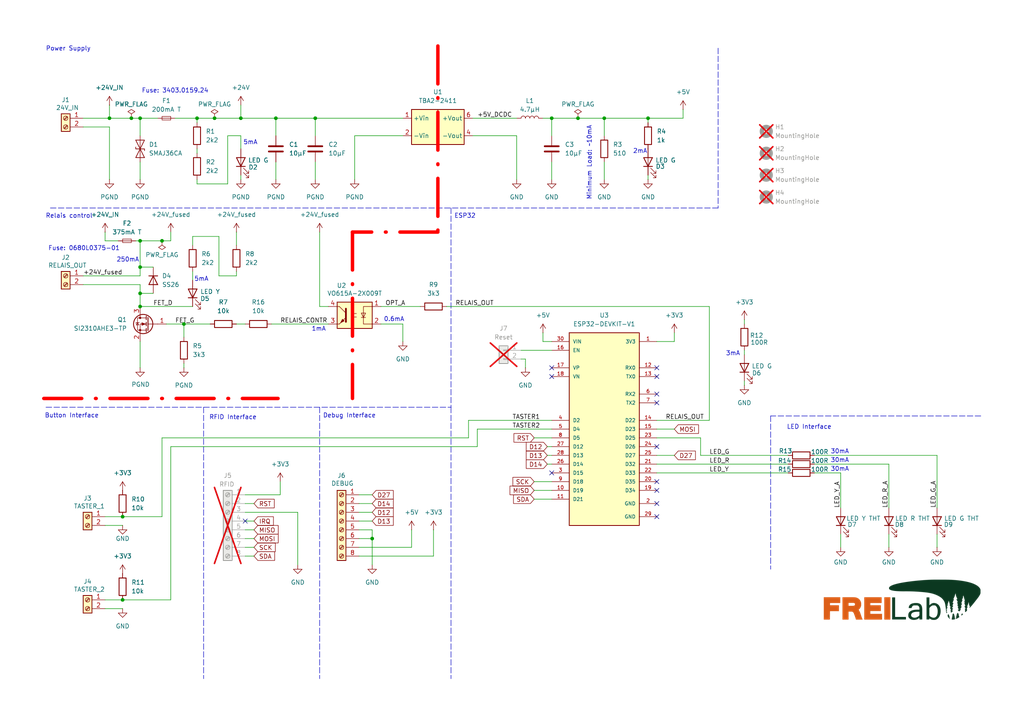
<source format=kicad_sch>
(kicad_sch (version 20231120) (generator "eeschema") (generator_version "8.0")
  (paper "A4")
  (title_block (title "RFID Interface Board") (date "2024-11-16") (rev "V2.0") (company "FreiLAB Freiburg e.V.") (comment 1 "Marius Tetard"))
  (junction (at 69.85 34.29))
  (junction (at 35.56 173.99))
  (junction (at 35.56 149.86))
  (junction (at 160.02 34.29))
  (junction (at 40.64 85.09))
  (junction (at 57.15 34.29))
  (junction (at 167.64 34.29))
  (junction (at 91.44 34.29))
  (junction (at 40.64 69.85))
  (junction (at 62.23 34.29))
  (junction (at 175.26 34.29))
  (junction (at 40.64 34.29))
  (junction (at 40.64 77.47))
  (junction (at 107.95 156.21))
  (junction (at 38.1 34.29))
  (junction (at 40.64 88.9))
  (junction (at 53.34 93.98))
  (junction (at 80.01 34.29))
  (junction (at 46.99 69.85))
  (junction (at 187.96 34.29))
  (junction (at 31.75 34.29))
  (no_connect (at 190.5 116.84))
  (no_connect (at 190.5 109.22))
  (no_connect (at 190.5 142.24))
  (no_connect (at 190.5 149.86))
  (no_connect (at 71.12 151.13))
  (no_connect (at 160.02 109.22))
  (no_connect (at 160.02 106.68))
  (no_connect (at 160.02 137.16))
  (no_connect (at 190.5 139.7))
  (no_connect (at 190.5 106.68))
  (no_connect (at 190.5 129.54))
  (no_connect (at 190.5 146.05))
  (no_connect (at 190.5 114.3))
  (wire (pts (xy 24.13 80.01) (xy 40.64 80.01)))
  (wire (pts (xy 86.36 163.83) (xy 86.36 148.59)))
  (wire (pts (xy 107.95 151.13) (xy 104.14 151.13)))
  (wire (pts (xy 57.15 53.34) (xy 66.04 53.34)))
  (wire (pts (xy 110.49 93.98) (xy 116.84 93.98)))
  (wire (pts (xy 257.81 154.94) (xy 257.81 158.75)))
  (polyline (pts (xy 12.7 115.57) (xy 80.645 115.57)) (stroke (width 1) (type dash_dot) (color 255 0 0 1)))
  (wire (pts (xy 154.94 127) (xy 160.02 127)))
  (polyline (pts (xy 13.335 118.11) (xy 130.81 118.11)) (stroke (width 0) (type dash)))
  (wire (pts (xy 158.75 132.08) (xy 160.02 132.08)))
  (wire (pts (xy 24.13 82.55) (xy 40.64 82.55)))
  (wire (pts (xy 81.28 143.51) (xy 71.12 143.51)))
  (wire (pts (xy 205.74 121.92) (xy 205.74 88.9)))
  (wire (pts (xy 40.64 77.47) (xy 44.45 77.47)))
  (wire (pts (xy 167.64 34.29) (xy 160.02 34.29)))
  (polyline (pts (xy 102.235 67.31) (xy 102.235 115.57)) (stroke (width 1) (type dash_dot) (color 255 0 0 1)))
  (wire (pts (xy 135.89 121.92) (xy 135.89 127)))
  (wire (pts (xy 215.9 101.6) (xy 215.9 102.87)))
  (wire (pts (xy 107.95 156.21) (xy 107.95 163.83)))
  (wire (pts (xy 31.75 34.29) (xy 38.1 34.29)))
  (wire (pts (xy 73.66 156.21) (xy 71.12 156.21)))
  (wire (pts (xy 35.56 173.99) (xy 49.53 173.99)))
  (wire (pts (xy 158.75 134.62) (xy 160.02 134.62)))
  (wire (pts (xy 138.43 124.46) (xy 160.02 124.46)))
  (wire (pts (xy 195.58 124.46) (xy 190.5 124.46)))
  (wire (pts (xy 107.95 153.67) (xy 107.95 156.21)))
  (wire (pts (xy 86.36 148.59) (xy 71.12 148.59)))
  (wire (pts (xy 160.02 39.37) (xy 160.02 34.29)))
  (wire (pts (xy 30.48 67.31) (xy 30.48 69.85)))
  (wire (pts (xy 151.13 104.14) (xy 152.4 104.14)))
  (wire (pts (xy 49.53 129.54) (xy 138.43 129.54)))
  (wire (pts (xy 80.01 52.07) (xy 80.01 46.99)))
  (wire (pts (xy 236.22 134.62) (xy 257.81 134.62)))
  (wire (pts (xy 195.58 96.52) (xy 195.58 99.06)))
  (wire (pts (xy 80.01 34.29) (xy 80.01 39.37)))
  (wire (pts (xy 73.66 158.75) (xy 71.12 158.75)))
  (wire (pts (xy 69.85 34.29) (xy 80.01 34.29)))
  (wire (pts (xy 92.71 67.31) (xy 92.71 88.9)))
  (wire (pts (xy 104.14 161.29) (xy 125.73 161.29)))
  (wire (pts (xy 157.48 34.29) (xy 160.02 34.29)))
  (wire (pts (xy 53.34 106.68) (xy 53.34 105.41)))
  (wire (pts (xy 40.64 99.06) (xy 40.64 106.68)))
  (wire (pts (xy 137.16 34.29) (xy 149.86 34.29)))
  (wire (pts (xy 104.14 158.75) (xy 119.38 158.75)))
  (wire (pts (xy 40.64 34.29) (xy 45.72 34.29)))
  (wire (pts (xy 154.94 139.7) (xy 160.02 139.7)))
  (wire (pts (xy 104.14 156.21) (xy 107.95 156.21)))
  (wire (pts (xy 125.73 153.67) (xy 125.73 161.29)))
  (wire (pts (xy 30.48 176.53) (xy 35.56 176.53)))
  (wire (pts (xy 68.58 93.98) (xy 71.12 93.98)))
  (wire (pts (xy 62.23 34.29) (xy 69.85 34.29)))
  (wire (pts (xy 73.66 161.29) (xy 71.12 161.29)))
  (polyline (pts (xy 92.71 118.11) (xy 92.71 196.85)) (stroke (width 0) (type dash)))
  (wire (pts (xy 160.02 52.07) (xy 160.02 46.99)))
  (wire (pts (xy 195.58 132.08) (xy 190.5 132.08)))
  (wire (pts (xy 190.5 127) (xy 203.2 127)))
  (wire (pts (xy 50.8 34.29) (xy 57.15 34.29)))
  (wire (pts (xy 198.12 31.75) (xy 198.12 34.29)))
  (wire (pts (xy 55.88 68.58) (xy 55.88 71.12)))
  (wire (pts (xy 187.96 34.29) (xy 198.12 34.29)))
  (wire (pts (xy 63.5 80.01) (xy 63.5 68.58)))
  (polyline (pts (xy 284.48 120.65) (xy 223.52 120.65)) (stroke (width 0) (type dash)))
  (wire (pts (xy 157.48 99.06) (xy 160.02 99.06)))
  (polyline (pts (xy 208.28 13.97) (xy 208.28 60.325)) (stroke (width 0) (type dash)))
  (wire (pts (xy 57.15 34.29) (xy 62.23 34.29)))
  (polyline (pts (xy 223.52 120.65) (xy 223.52 165.1)) (stroke (width 0) (type dash)))
  (wire (pts (xy 236.22 137.16) (xy 243.84 137.16)))
  (wire (pts (xy 243.84 137.16) (xy 243.84 147.32)))
  (wire (pts (xy 271.78 132.08) (xy 271.78 147.32)))
  (polyline (pts (xy 127 67.31) (xy 102.235 67.31)) (stroke (width 1) (type dash_dot) (color 255 0 0 1)))
  (wire (pts (xy 175.26 34.29) (xy 167.64 34.29)))
  (wire (pts (xy 30.48 173.99) (xy 35.56 173.99)))
  (wire (pts (xy 40.64 69.85) (xy 46.99 69.85)))
  (wire (pts (xy 63.5 68.58) (xy 55.88 68.58)))
  (wire (pts (xy 154.94 142.24) (xy 160.02 142.24)))
  (wire (pts (xy 236.22 132.08) (xy 271.78 132.08)))
  (wire (pts (xy 48.26 93.98) (xy 53.34 93.98)))
  (wire (pts (xy 69.85 52.07) (xy 69.85 50.8)))
  (wire (pts (xy 35.56 149.86) (xy 46.99 149.86)))
  (wire (pts (xy 81.28 139.7) (xy 81.28 143.51)))
  (wire (pts (xy 40.64 52.07) (xy 40.64 46.99)))
  (wire (pts (xy 158.75 129.54) (xy 160.02 129.54)))
  (wire (pts (xy 40.64 88.9) (xy 55.88 88.9)))
  (wire (pts (xy 91.44 39.37) (xy 91.44 34.29)))
  (wire (pts (xy 135.89 127) (xy 46.99 127)))
  (wire (pts (xy 30.48 152.4) (xy 35.56 152.4)))
  (wire (pts (xy 190.5 99.06) (xy 195.58 99.06)))
  (wire (pts (xy 55.88 78.74) (xy 55.88 81.28)))
  (wire (pts (xy 80.01 34.29) (xy 91.44 34.29)))
  (wire (pts (xy 154.94 144.78) (xy 160.02 144.78)))
  (wire (pts (xy 73.66 151.13) (xy 71.12 151.13)))
  (wire (pts (xy 187.96 34.29) (xy 187.96 35.56)))
  (polyline (pts (xy 59.055 118.11) (xy 59.055 196.85)) (stroke (width 0) (type dash)))
  (wire (pts (xy 73.66 153.67) (xy 71.12 153.67)))
  (wire (pts (xy 78.74 93.98) (xy 95.25 93.98)))
  (wire (pts (xy 215.9 92.71) (xy 215.9 93.98)))
  (wire (pts (xy 24.13 34.29) (xy 31.75 34.29)))
  (wire (pts (xy 175.26 46.99) (xy 175.26 52.07)))
  (wire (pts (xy 68.58 67.31) (xy 68.58 71.12)))
  (wire (pts (xy 57.15 34.29) (xy 57.15 35.56)))
  (wire (pts (xy 30.48 149.86) (xy 35.56 149.86)))
  (wire (pts (xy 187.96 52.07) (xy 187.96 50.8)))
  (wire (pts (xy 110.49 88.9) (xy 121.92 88.9)))
  (wire (pts (xy 49.53 69.85) (xy 49.53 67.31)))
  (wire (pts (xy 46.99 127) (xy 46.99 149.86)))
  (wire (pts (xy 215.9 111.76) (xy 215.9 110.49)))
  (wire (pts (xy 40.64 69.85) (xy 40.64 77.47)))
  (polyline (pts (xy 130.81 60.325) (xy 130.81 118.11)) (stroke (width 0) (type dash)))
  (wire (pts (xy 203.2 127) (xy 203.2 132.08)))
  (wire (pts (xy 39.37 69.85) (xy 40.64 69.85)))
  (wire (pts (xy 129.54 88.9) (xy 205.74 88.9)))
  (wire (pts (xy 149.86 39.37) (xy 149.86 52.07)))
  (wire (pts (xy 69.85 30.48) (xy 69.85 34.29)))
  (wire (pts (xy 31.75 36.83) (xy 31.75 52.07)))
  (wire (pts (xy 152.4 104.14) (xy 152.4 106.68)))
  (wire (pts (xy 40.64 80.01) (xy 40.64 77.47)))
  (wire (pts (xy 190.5 134.62) (xy 228.6 134.62)))
  (wire (pts (xy 257.81 147.32) (xy 257.81 134.62)))
  (wire (pts (xy 24.13 36.83) (xy 31.75 36.83)))
  (wire (pts (xy 38.1 34.29) (xy 40.64 34.29)))
  (wire (pts (xy 190.5 137.16) (xy 228.6 137.16)))
  (wire (pts (xy 102.87 39.37) (xy 116.84 39.37)))
  (wire (pts (xy 138.43 129.54) (xy 138.43 124.46)))
  (wire (pts (xy 40.64 85.09) (xy 44.45 85.09)))
  (wire (pts (xy 116.84 93.98) (xy 116.84 99.06)))
  (wire (pts (xy 49.53 173.99) (xy 49.53 129.54)))
  (wire (pts (xy 203.2 132.08) (xy 228.6 132.08)))
  (wire (pts (xy 53.34 93.98) (xy 60.96 93.98)))
  (wire (pts (xy 137.16 39.37) (xy 149.86 39.37)))
  (wire (pts (xy 151.13 101.6) (xy 160.02 101.6)))
  (wire (pts (xy 57.15 43.18) (xy 57.15 44.45)))
  (polyline (pts (xy 130.81 118.11) (xy 130.81 196.85)) (stroke (width 0) (type dash)))
  (wire (pts (xy 30.48 69.85) (xy 34.29 69.85)))
  (polyline (pts (xy 127 13.335) (xy 127 67.31)) (stroke (width 1) (type dash_dot) (color 255 0 0 1)))
  (wire (pts (xy 73.66 146.05) (xy 71.12 146.05)))
  (wire (pts (xy 91.44 52.07) (xy 91.44 46.99)))
  (wire (pts (xy 68.58 78.74) (xy 68.58 80.01)))
  (wire (pts (xy 102.87 52.07) (xy 102.87 39.37)))
  (wire (pts (xy 66.04 39.37) (xy 69.85 39.37)))
  (wire (pts (xy 107.95 146.05) (xy 104.14 146.05)))
  (wire (pts (xy 40.64 34.29) (xy 40.64 39.37)))
  (wire (pts (xy 135.89 121.92) (xy 160.02 121.92)))
  (wire (pts (xy 190.5 121.92) (xy 205.74 121.92)))
  (polyline (pts (xy 14.605 60.325) (xy 208.28 60.325)) (stroke (width 0) (type dash)))
  (wire (pts (xy 68.58 80.01) (xy 63.5 80.01)))
  (wire (pts (xy 104.14 153.67) (xy 107.95 153.67)))
  (wire (pts (xy 243.84 154.94) (xy 243.84 158.75)))
  (wire (pts (xy 119.38 153.67) (xy 119.38 158.75)))
  (wire (pts (xy 175.26 39.37) (xy 175.26 34.29)))
  (wire (pts (xy 175.26 34.29) (xy 187.96 34.29)))
  (wire (pts (xy 31.75 30.48) (xy 31.75 34.29)))
  (wire (pts (xy 46.99 69.85) (xy 49.53 69.85)))
  (wire (pts (xy 92.71 88.9) (xy 95.25 88.9)))
  (wire (pts (xy 53.34 93.98) (xy 53.34 97.79)))
  (wire (pts (xy 271.78 154.94) (xy 271.78 158.75)))
  (wire (pts (xy 66.04 53.34) (xy 66.04 39.37)))
  (wire (pts (xy 57.15 52.07) (xy 57.15 53.34)))
  (wire (pts (xy 157.48 96.52) (xy 157.48 99.06)))
  (wire (pts (xy 40.64 82.55) (xy 40.64 85.09)))
  (wire (pts (xy 107.95 143.51) (xy 104.14 143.51)))
  (wire (pts (xy 40.64 85.09) (xy 40.64 88.9)))
  (wire (pts (xy 91.44 34.29) (xy 116.84 34.29)))
  (wire (pts (xy 107.95 148.59) (xy 104.14 148.59)))
  (wire (pts (xy 69.85 39.37) (xy 69.85 43.18)))
  (image (at 261.62 173.99) (scale 0.909003))
  (text "2mA" (at 185.674 43.942 0) (effects (font (size 1.27 1.27))))
  (text "30mA" (at 243.586 136.144 0) (effects (font (size 1.27 1.27))))
  (text "Fuse: 3403.0159.24" (at 50.8 26.416 0) (effects (font (size 1.27 1.27))))
  (text "RFID Interface" (at 67.564 121.158 0) (effects (font (size 1.27 1.27))))
  (text "LED Interface" (at 234.696 123.952 0) (effects (font (size 1.27 1.27))))
  (text "5mA" (at 72.644 41.402 0) (effects (font (size 1.27 1.27))))
  (text "0.6mA" (at 114.3 92.71 0) (effects (font (size 1.27 1.27))))
  (text "Relais control" (at 20.066 62.738 0) (effects (font (size 1.27 1.27))))
  (text "1mA" (at 92.456 95.504 0) (effects (font (size 1.27 1.27))))
  (text "30mA" (at 243.586 131.064 0) (effects (font (size 1.27 1.27))))
  (text "30mA" (at 243.586 133.604 0) (effects (font (size 1.27 1.27))))
  (text "3mA" (at 212.598 102.616 0) (effects (font (size 1.27 1.27))))
  (text "Debug Interface" (at 101.346 120.65 0) (effects (font (size 1.27 1.27))))
  (text "5mA" (at 58.42 81.026 0) (effects (font (size 1.27 1.27))))
  (text "Button Interface" (at 20.828 120.65 0) (effects (font (size 1.27 1.27))))
  (text "250mA" (at 37.084 75.438 0) (effects (font (size 1.27 1.27))))
  (text "ESP32" (at 134.874 62.738 0) (effects (font (size 1.27 1.27))))
  (text "Power Supply" (at 19.812 14.224 0) (effects (font (size 1.27 1.27))))
  (text "Fuse: 0680L0375-01" (at 24.384 72.136 0) (effects (font (size 1.27 1.27))))
  (text "Minimum Load: ~10mA" (at 170.942 47.244 90) (effects (font (size 1.27 1.27))))
  (label "RELAIS_OUT" (at 193.04 121.92 0))
  (label "TASTER2" (at 148.59 124.46 0))
  (label "LED_R_A" (at 257.81 147.32 90))
  (label "LED_Y" (at 205.74 137.16 0))
  (label "LED_R" (at 205.74 134.62 0))
  (label "+5V_DCDC" (at 138.43 34.29 0))
  (label "RELAIS_OUT" (at 132.08 88.9 0))
  (label "+24V_fused" (at 24.13 80.01 0))
  (label "OPT_A" (at 111.76 88.9 0))
  (label "LED_G" (at 205.74 132.08 0))
  (label "LED_G_A" (at 271.78 147.32 90))
  (label "LED_Y_A" (at 243.84 147.32 90))
  (label "FET_D" (at 44.45 88.9 0))
  (label "RELAIS_CONTR" (at 81.28 93.98 0))
  (label "FET_G" (at 50.8 93.98 0))
  (label "TASTER1" (at 148.59 121.92 0))
  (global_label "D14" (shape input) (at 107.95 146.05 0) (property "Intersheetrefs" "${INTERSHEET_REFS}" (effects (hide yes))))
  (global_label "SCK" (shape input) (at 73.66 158.75 0) (property "Intersheetrefs" "${INTERSHEET_REFS}" (effects (hide yes))))
  (global_label "D27" (shape input) (at 107.95 143.51 0) (property "Intersheetrefs" "${INTERSHEET_REFS}" (effects (hide yes))))
  (global_label "MISO" (shape input) (at 154.94 142.24 180) (property "Intersheetrefs" "${INTERSHEET_REFS}" (effects (hide yes))))
  (global_label "RST" (shape input) (at 154.94 127 180) (property "Intersheetrefs" "${INTERSHEET_REFS}" (effects (hide yes))))
  (global_label "D27" (shape input) (at 195.58 132.08 0) (property "Intersheetrefs" "${INTERSHEET_REFS}" (effects (hide yes))))
  (global_label "SCK" (shape input) (at 154.94 139.7 180) (property "Intersheetrefs" "${INTERSHEET_REFS}" (effects (hide yes))))
  (global_label "SDA" (shape input) (at 154.94 144.78 180) (property "Intersheetrefs" "${INTERSHEET_REFS}" (effects (hide yes))))
  (global_label "D13" (shape input) (at 107.95 151.13 0) (property "Intersheetrefs" "${INTERSHEET_REFS}" (effects (hide yes))))
  (global_label "D13" (shape input) (at 158.75 132.08 180) (property "Intersheetrefs" "${INTERSHEET_REFS}" (effects (hide yes))))
  (global_label "D12" (shape input) (at 107.95 148.59 0) (property "Intersheetrefs" "${INTERSHEET_REFS}" (effects (hide yes))))
  (global_label "MOSI" (shape input) (at 73.66 156.21 0) (property "Intersheetrefs" "${INTERSHEET_REFS}" (effects (hide yes))))
  (global_label "D14" (shape input) (at 158.75 134.62 180) (property "Intersheetrefs" "${INTERSHEET_REFS}" (effects (hide yes))))
  (global_label "MISO" (shape input) (at 73.66 153.67 0) (property "Intersheetrefs" "${INTERSHEET_REFS}" (effects (hide yes))))
  (global_label "MOSI" (shape input) (at 195.58 124.46 0) (property "Intersheetrefs" "${INTERSHEET_REFS}" (effects (hide yes))))
  (global_label "SDA" (shape input) (at 73.66 161.29 0) (property "Intersheetrefs" "${INTERSHEET_REFS}" (effects (hide yes))))
  (global_label "IRQ" (shape input) (at 73.66 151.13 0) (property "Intersheetrefs" "${INTERSHEET_REFS}" (effects (hide yes))))
  (global_label "RST" (shape input) (at 73.66 146.05 0) (property "Intersheetrefs" "${INTERSHEET_REFS}" (effects (hide yes))))
  (global_label "D12" (shape input) (at 158.75 129.54 180) (property "Intersheetrefs" "${INTERSHEET_REFS}" (effects (hide yes))))
  (symbol (lib_id "power:+5V") (at 157.48 96.52 0) (unit 1)
    (property "Reference" "#PWR0129" (effects (hide yes)))
    (property "Value" "+5V" (at 157.48 91.44 0))
    (property "Description" "Power symbol creates a global label with name \"+5V\"" (effects (hide yes)))
  )
  (symbol (lib_id "Device:LED") (at 271.78 151.13 90) (unit 1)
    (property "Reference" "D9" (at 275.082 152.146 90))
    (property "Value" "LED G THT" (at 278.892 150.368 90))
    (property "Footprint" "LED_THT:LED_D5.0mm_Horizontal_O6.35mm_Z15.0mm" (effects (hide yes)))
    (property "Description" "Light emitting diode" (effects (hide yes)))
    (property "Digikey" "1516-1364-ND" (effects (hide yes)))
  )
  (symbol (lib_id "power:+24V") (at 68.58 67.31 0) (mirror y) (unit 1)
    (property "Reference" "#PWR0113" (effects (hide yes)))
    (property "Value" "+24V_fused" (at 68.58 62.23 0))
    (property "Description" "Power symbol creates a global label with name \"+24V\"" (effects (hide yes)))
  )
  (symbol (lib_id "Mechanical:MountingHole") (at 222.25 57.15 0) (unit 1) (exclude_from_sim yes) (in_bom no) (dnp yes)
    (property "Reference" "H4" (at 224.79 55.8799 0) (effects (justify left)))
    (property "Value" "MountingHole" (at 224.79 58.4199 0) (effects (justify left)))
    (property "Footprint" "MountingHole:MountingHole_4mm" (effects (hide yes)))
    (property "Description" "Mounting Hole without connection" (effects (hide yes)))
  )
  (symbol (lib_id "Device:R") (at 68.58 74.93 0) (unit 1)
    (property "Reference" "R8" (at 71.12 73.6599 0) (effects (justify left)))
    (property "Value" "2k2" (at 71.12 76.1999 0) (effects (justify left)))
    (property "Footprint" "Resistor_SMD:R_0603_1608Metric" (effects (hide yes)))
    (property "Description" "Resistor" (effects (hide yes)))
    (property "Size" "0603" (effects (hide yes)))
    (property "Power Rating" "100mW" (effects (hide yes)))
    (property "Digikey" "13-RC0603FR-132K2LCT-ND" (effects (hide yes)))
    (property "LCSC Part #" "C2907117" (effects (hide yes)))
  )
  (symbol (lib_id "Device:R") (at 175.26 43.18 180) (unit 1)
    (property "Reference" "R3" (at 177.8 41.9099 0) (effects (justify right)))
    (property "Value" "510" (at 177.8 44.4499 0) (effects (justify right)))
    (property "Footprint" "Resistor_SMD:R_0603_1608Metric" (effects (hide yes)))
    (property "Description" "Resistor" (effects (hide yes)))
    (property "Size" "0603" (effects (hide yes)))
    (property "Power Rating" "100mW" (effects (hide yes)))
    (property "Digikey" "311-510HRCT-ND" (effects (hide yes)))
    (property "LCSC Part #" "C2907048" (effects (hide yes)))
  )
  (symbol (lib_id "Device:R") (at 64.77 93.98 90) (unit 1)
    (property "Reference" "R7" (at 64.77 87.63 90))
    (property "Value" "10k" (at 64.77 90.17 90))
    (property "Footprint" "Resistor_SMD:R_0603_1608Metric" (effects (hide yes)))
    (property "Description" "Resistor" (effects (hide yes)))
    (property "Size" "0603" (effects (hide yes)))
    (property "Power Rating" "100mW" (effects (hide yes)))
    (property "Digikey" "311-10.0KHRCT-ND" (effects (hide yes)))
    (property "LCSC Part #" "C15401" (effects (hide yes)))
  )
  (symbol (lib_id "Device:LED") (at 257.81 151.13 90) (unit 1)
    (property "Reference" "D8" (at 260.858 152.146 90))
    (property "Value" "LED R THT" (at 264.668 150.368 90))
    (property "Footprint" "LED_THT:LED_D5.0mm_Horizontal_O6.35mm_Z15.0mm" (effects (hide yes)))
    (property "Description" "Light emitting diode" (effects (hide yes)))
    (property "Digikey" "1516-1359-ND" (effects (hide yes)))
  )
  (symbol (lib_id "Connector:Screw_Terminal_01x08") (at 99.06 151.13 0) (mirror y) (unit 1)
    (property "Reference" "J6" (at 99.06 137.922 0))
    (property "Value" "DEBUG" (at 99.314 140.208 0))
    (property "Footprint" "Connector_PinHeader_2.54mm:PinHeader_1x08_P2.54mm_Vertical" (effects (hide yes)))
    (property "Description" "Generic screw terminal, single row, 01x08, script generated (kicad-library-utils/schlib/autogen/connector/)" (effects (hide yes)))
  )
  (symbol (lib_id "power:GND") (at 35.56 152.4 0) (unit 1)
    (property "Reference" "#PWR0104" (effects (hide yes)))
    (property "Value" "GND" (at 35.56 156.21 0))
    (property "Description" "Power symbol creates a global label with name \"GND\" , ground" (effects (hide yes)))
  )
  (symbol (lib_id "power:GND") (at 149.86 52.07 0) (unit 1)
    (property "Reference" "#PWR0124" (effects (hide yes)))
    (property "Value" "GND" (at 149.86 57.15 0))
    (property "Description" "Power symbol creates a global label with name \"GND\" , ground" (effects (hide yes)))
  )
  (symbol (lib_id "Device:R") (at 232.41 134.62 90) (unit 1)
    (property "Reference" "R14" (at 227.584 133.604 90))
    (property "Value" "100R" (at 237.744 133.604 90))
    (property "Footprint" "Resistor_SMD:R_0805_2012Metric" (effects (hide yes)))
    (property "Description" "Resistor" (effects (hide yes)))
    (property "Size" "0805" (effects (hide yes)))
    (property "Power Rating" "125mW" (effects (hide yes)))
    (property "Digikey" "311-100CRCT-ND" (effects (hide yes)))
    (property "LCSC Part #" "C103909" (effects (hide yes)))
  )
  (symbol (lib_id "Device:R") (at 55.88 74.93 0) (unit 1)
    (property "Reference" "R6" (at 58.42 73.6599 0) (effects (justify left)))
    (property "Value" "2k2" (at 58.42 76.1999 0) (effects (justify left)))
    (property "Footprint" "Resistor_SMD:R_0603_1608Metric" (effects (hide yes)))
    (property "Description" "Resistor" (effects (hide yes)))
    (property "Size" "0603" (effects (hide yes)))
    (property "Power Rating" "100mW" (effects (hide yes)))
    (property "Digikey" "13-RC0603FR-132K2LCT-ND" (effects (hide yes)))
    (property "LCSC Part #" "C2907117" (effects (hide yes)))
  )
  (symbol (lib_id "power:GND") (at 215.9 111.76 0) (unit 1)
    (property "Reference" "#PWR0130" (effects (hide yes)))
    (property "Value" "GND" (at 215.9 116.84 0))
    (property "Description" "Power symbol creates a global label with name \"GND\" , ground" (effects (hide yes)))
  )
  (symbol (lib_id "power:GND") (at 257.81 158.75 0) (unit 1)
    (property "Reference" "#PWR0134" (effects (hide yes)))
    (property "Value" "GND" (at 259.842 163.068 0) (effects (justify right)))
    (property "Description" "Power symbol creates a global label with name \"GND\" , ground" (effects (hide yes)))
  )
  (symbol (lib_id "esp32-devkit-v1:ESP32-DEVKIT-V1") (at 175.26 124.46 0) (unit 1)
    (property "Reference" "U3" (at 175.26 91.44 0))
    (property "Value" "ESP32-DEVKIT-V1" (at 175.26 93.98 0))
    (property "Footprint" "ESP32-DEVKIT-V1:MODULE_ESP32_DEVKIT_V1" (effects (hide yes)))
    (property "MANUFACTURER" "DOIT" (effects (hide yes)))
    (property "PARTREV" "N/A" (effects (hide yes)))
    (property "MAXIMUM_PACKAGE_HEIGHT" "6.8 mm" (effects (hide yes)))
    (property "STANDARD" "Manufacturer Recommendations" (effects (hide yes)))
  )
  (symbol (lib_id "Connector:Screw_Terminal_01x08") (at 66.04 151.13 0) (mirror y) (unit 1) (dnp yes)
    (property "Reference" "J5" (at 66.04 137.922 0))
    (property "Value" "RFID" (at 65.786 140.462 0))
    (property "Footprint" "Connector_PinHeader_2.54mm:PinHeader_1x08_P2.54mm_Vertical" (effects (hide yes)))
    (property "Description" "Generic screw terminal, single row, 01x08, script generated (kicad-library-utils/schlib/autogen/connector/)" (effects (hide yes)))
  )
  (symbol (lib_id "Device:R") (at 74.93 93.98 90) (unit 1)
    (property "Reference" "R16" (at 74.93 87.63 90))
    (property "Value" "10k" (at 74.93 90.17 90))
    (property "Footprint" "Resistor_SMD:R_0603_1608Metric" (effects (hide yes)))
    (property "Description" "Resistor" (effects (hide yes)))
    (property "Size" "0603" (effects (hide yes)))
    (property "Power Rating" "100mW" (effects (hide yes)))
    (property "Digikey" "311-10.0KHRCT-ND" (effects (hide yes)))
    (property "LCSC Part #" "C15401" (effects (hide yes)))
  )
  (symbol (lib_id "power:+5V") (at 198.12 31.75 0) (unit 1)
    (property "Reference" "#PWR0122" (effects (hide yes)))
    (property "Value" "+5V" (at 198.12 26.67 0))
    (property "Description" "Power symbol creates a global label with name \"+5V\"" (effects (hide yes)))
  )
  (symbol (lib_id "Device:C") (at 160.02 43.18 0) (unit 1)
    (property "Reference" "C3" (at 163.83 41.9099 0) (effects (justify left)))
    (property "Value" "10µF" (at 163.83 44.4499 0) (effects (justify left)))
    (property "Footprint" "Capacitor_SMD:C_0805_2012Metric" (effects (hide yes)))
    (property "Description" "Unpolarized capacitor" (effects (hide yes)))
    (property "Size" "0805" (effects (hide yes)))
    (property "Voltage Rating" "50V" (effects (hide yes)))
    (property "Digikey" "490-GRM21BR61H106KE43KCT-ND" (effects (hide yes)))
    (property "LCSC Part #" "C440198" (effects (hide yes)))
  )
  (symbol (lib_id "power:GND") (at 91.44 52.07 0) (unit 1)
    (property "Reference" "#PWR0115" (effects (hide yes)))
    (property "Value" "PGND" (at 91.44 57.15 0))
    (property "Description" "Power symbol creates a global label with name \"GND\" , ground" (effects (hide yes)))
  )
  (symbol (lib_id "power:PWR_FLAG") (at 167.64 34.29 0) (unit 1)
    (property "Reference" "#FLG02" (effects (hide yes)))
    (property "Value" "PWR_FLAG" (at 167.64 30.226 0))
    (property "Description" "Special symbol for telling ERC where power comes from" (effects (hide yes)))
  )
  (symbol (lib_id "power:+5V") (at 195.58 96.52 0) (unit 1)
    (property "Reference" "#PWR0131" (effects (hide yes)))
    (property "Value" "+3V3" (at 195.58 91.44 0))
    (property "Description" "Power symbol creates a global label with name \"+5V\"" (effects (hide yes)))
  )
  (symbol (lib_id "power:GND") (at 116.84 99.06 0) (unit 1)
    (property "Reference" "#PWR0101" (effects (hide yes)))
    (property "Value" "GND" (at 116.84 104.14 0))
    (property "Description" "Power symbol creates a global label with name \"GND\" , ground" (effects (hide yes)))
  )
  (symbol (lib_id "Device:R") (at 232.41 137.16 90) (unit 1)
    (property "Reference" "R15" (at 227.584 136.144 90))
    (property "Value" "100R" (at 237.744 136.144 90))
    (property "Footprint" "Resistor_SMD:R_0805_2012Metric" (effects (hide yes)))
    (property "Description" "Resistor" (effects (hide yes)))
    (property "Size" "0805" (effects (hide yes)))
    (property "Power Rating" "125mW" (effects (hide yes)))
    (property "Digikey" "311-100CRCT-ND" (effects (hide yes)))
    (property "LCSC Part #" "C103909" (effects (hide yes)))
  )
  (symbol (lib_id "power:GND") (at 107.95 163.83 0) (unit 1)
    (property "Reference" "#PWR0105" (effects (hide yes)))
    (property "Value" "GND" (at 107.95 168.91 0))
    (property "Description" "Power symbol creates a global label with name \"GND\" , ground" (effects (hide yes)))
  )
  (symbol (lib_id "Transistor_FET:2N7002") (at 43.18 93.98 0) (mirror y) (unit 1)
    (property "Reference" "Q1" (at 36.83 92.7099 0) (effects (justify left)))
    (property "Value" "SI2310AHE3-TP" (at 36.83 95.2499 0) (effects (justify left)))
    (property "Footprint" "Package_TO_SOT_SMD:SOT-23" (effects (hide yes)))
    (property "Datasheet" "https://wmsc.lcsc.com/wmsc/upload/file/pdf/v2/lcsc/2307211758_MCC-Micro-Commercial-Components-SI2310AHE3-TP_C5243799.pdf" (effects (hide yes)))
    (property "Description" "N-Channel 60 V 3A 1.2W Surface Mount SOT-23" (effects (hide yes)))
    (property "Digikey" "353-SI2310AHE3-TP-ND" (effects (hide yes)))
    (property "LCSC Part #" "C5243799" (effects (hide yes)))
  )
  (symbol (lib_id "Converter_DCDC:TBA2-2411") (at 127 36.83 0) (unit 1)
    (property "Reference" "U1" (at 127 26.67 0))
    (property "Value" "TBA2-2411" (at 127 29.21 0))
    (property "Footprint" "Converter_DCDC:Converter_DCDC_TRACO_TBA2-xxxx_Single_THT" (effects (hide yes)))
    (property "Datasheet" "https://www.tracopower.com/products/tba2.pdf" (effects (hide yes)))
    (property "Description" "2W DC/DC converter unregulated, 21.6-26.4V input, 5V fixed output voltage, 400mA output, 1.5kVDC isolation, SIP-7" (effects (hide yes)))
    (property "Digikey" "1951-3441-ND" (effects (hide yes)))
  )
  (symbol (lib_id "power:GND") (at 35.56 176.53 0) (unit 1)
    (property "Reference" "#PWR0106" (effects (hide yes)))
    (property "Value" "GND" (at 35.56 181.61 0))
    (property "Description" "Power symbol creates a global label with name \"GND\" , ground" (effects (hide yes)))
  )
  (symbol (lib_id "power:GND") (at 152.4 106.68 0) (unit 1)
    (property "Reference" "#PWR02" (effects (hide yes)))
    (property "Value" "GND" (at 152.4 111.76 0))
    (property "Description" "Power symbol creates a global label with name \"GND\" , ground" (effects (hide yes)))
  )
  (symbol (lib_id "power:PWR_FLAG") (at 38.1 34.29 0) (unit 1)
    (property "Reference" "#FLG03" (effects (hide yes)))
    (property "Value" "PWR_FLAG" (at 38.1 30.226 0))
    (property "Description" "Special symbol for telling ERC where power comes from" (effects (hide yes)))
  )
  (symbol (lib_id "Device:R") (at 125.73 88.9 270) (mirror x) (unit 1)
    (property "Reference" "R9" (at 125.73 82.55 90))
    (property "Value" "3k3" (at 125.73 85.09 90))
    (property "Footprint" "Resistor_SMD:R_0603_1608Metric" (effects (hide yes)))
    (property "Description" "Resistor" (effects (hide yes)))
    (property "Size" "0603" (effects (hide yes)))
    (property "Power Rating" "100mW" (effects (hide yes)))
    (property "Digikey" "311-3.30KHRCT-ND" (effects (hide yes)))
    (property "LCSC Part #" "C22978" (effects (hide yes)))
  )
  (symbol (lib_id "Device:LED") (at 215.9 106.68 90) (unit 1)
    (property "Reference" "D6" (at 219.456 108.204 90))
    (property "Value" "LED G" (at 220.98 106.172 90))
    (property "Footprint" "LED_SMD:LED_0603_1608Metric" (effects (hide yes)))
    (property "Description" "Light emitting diode" (effects (hide yes)))
    (property "Size" "0603" (effects (hide yes)))
    (property "Digikey" "160-1183-1-ND" (effects (hide yes)))
    (property "LCSC Part #" "C22371298" (effects (hide yes)))
  )
  (symbol (lib_id "power:+5V") (at 119.38 153.67 0) (unit 1)
    (property "Reference" "#PWR0128" (effects (hide yes)))
    (property "Value" "+5V" (at 119.38 148.59 0))
    (property "Description" "Power symbol creates a global label with name \"+5V\"" (effects (hide yes)))
  )
  (symbol (lib_id "power:GND") (at 102.87 52.07 0) (unit 1)
    (property "Reference" "#PWR0114" (effects (hide yes)))
    (property "Value" "PGND" (at 102.87 57.15 0))
    (property "Description" "Power symbol creates a global label with name \"GND\" , ground" (effects (hide yes)))
  )
  (symbol (lib_id "Device:Fuse_Small") (at 36.83 69.85 180) (unit 1)
    (property "Reference" "F2" (at 36.83 64.77 0))
    (property "Value" "375mA T" (at 36.83 67.31 0))
    (property "Footprint" "Fuse:Fuse_Littelfuse-NANO2-451_453" (effects (hide yes)))
    (property "Description" "FUSE BRD MT 375MA 125VAC/VDC SMD" (effects (hide yes)))
    (property "Digikey" "5923-0680L0375-01CT-ND" (effects (hide yes)))
  )
  (symbol (lib_id "Device:R") (at 187.96 39.37 0) (unit 1)
    (property "Reference" "R4" (at 190.5 38.0999 0) (effects (justify left)))
    (property "Value" "1k" (at 190.5 40.6399 0) (effects (justify left)))
    (property "Footprint" "Resistor_SMD:R_0603_1608Metric" (effects (hide yes)))
    (property "Description" "Resistor" (effects (hide yes)))
    (property "Size" "0603" (effects (hide yes)))
    (property "Power Rating" "100mW" (effects (hide yes)))
    (property "Digikey" "311-1.00KHRCT-ND" (effects (hide yes)))
    (property "LCSC Part #" "C21190" (effects (hide yes)))
  )
  (symbol (lib_id "Device:D") (at 44.45 81.28 270) (unit 1)
    (property "Reference" "D4" (at 46.99 80.0099 90) (effects (justify left)))
    (property "Value" "SS26" (at 46.99 82.5499 90) (effects (justify left)))
    (property "Footprint" "Diode_SMD:D_SMA" (effects (hide yes)))
    (property "Datasheet" "https://wmsc.lcsc.com/wmsc/upload/file/pdf/v2/lcsc/2301300930_ElecSuper-SS26_C5350986.pdf" (effects (hide yes)))
    (property "Description" "Diode" (effects (hide yes)))
    (property "Sim.Device" "D" (effects (hide yes)))
    (property "Sim.Pins" "1=K 2=A" (effects (hide yes)))
    (property "Size" "SMA" (effects (hide yes)))
    (property "Digikey" "SS26-LTPMSCT-ND" (effects (hide yes)))
    (property "LCSC Part #" "C5350986" (effects (hide yes)))
  )
  (symbol (lib_id "Device:L") (at 153.67 34.29 90) (unit 1)
    (property "Reference" "L1" (at 153.67 29.21 90))
    (property "Value" "4.7µH" (at 153.67 31.75 90))
    (property "Footprint" "Inductor_SMD:L_Chilisin_BMRB00060650" (effects (hide yes)))
    (property "Description" "Inductor" (effects (hide yes)))
    (property "Size" "6.6mm x 7.2mm" (effects (hide yes)))
    (property "Digikey" "445-174746-1-ND" (effects (hide yes)))
    (property "LCSC Part #" "C5189938" (effects (hide yes)))
  )
  (symbol (lib_id "power:+24V") (at 31.75 30.48 0) (mirror y) (unit 1)
    (property "Reference" "#PWR0121" (effects (hide yes)))
    (property "Value" "+24V_IN" (at 31.75 25.4 0))
    (property "Description" "Power symbol creates a global label with name \"+24V\"" (effects (hide yes)))
  )
  (symbol (lib_id "Device:R") (at 57.15 48.26 0) (unit 1)
    (property "Reference" "R2" (at 59.69 46.9899 0) (effects (justify left)))
    (property "Value" "2k2" (at 59.69 49.5299 0) (effects (justify left)))
    (property "Footprint" "Resistor_SMD:R_0603_1608Metric" (effects (hide yes)))
    (property "Description" "Resistor" (effects (hide yes)))
    (property "Size" "0603" (effects (hide yes)))
    (property "Power Rating" "100mW" (effects (hide yes)))
    (property "Digikey" "13-RC0603FR-132K2LCT-ND" (effects (hide yes)))
    (property "LCSC Part #" "C2907117" (effects (hide yes)))
  )
  (symbol (lib_id "power:+3V3") (at 35.56 142.24 0) (unit 1)
    (property "Reference" "#PWR0103" (effects (hide yes)))
    (property "Value" "+3V3" (at 35.56 137.16 0))
    (property "Description" "Power symbol creates a global label with name \"+3V3\"" (effects (hide yes)))
  )
  (symbol (lib_id "Connector:Screw_Terminal_01x02") (at 25.4 149.86 0) (mirror y) (unit 1)
    (property "Reference" "J3" (at 25.4 144.526 0))
    (property "Value" "TASTER_1" (at 25.908 146.812 0))
    (property "Footprint" "TerminalBlock_Phoenix:TerminalBlock_Phoenix_PT-1,5-2-3.5-H_1x02_P3.50mm_Horizontal" (effects (hide yes)))
    (property "Description" "TERM BLK 2POS SIDE ENT 3.5MM PCB" (effects (hide yes)))
    (property "Digikey" "277-1721-ND" (effects (hide yes)))
    (property "Other" "Phoenix 1984617" (effects (hide yes)))
  )
  (symbol (lib_id "Device:Fuse_Small") (at 48.26 34.29 0) (unit 1)
    (property "Reference" "F1" (at 48.26 29.21 0))
    (property "Value" "200mA T" (at 48.26 31.75 0))
    (property "Footprint" "Fuse:Fuse_Schurter_UMZ250" (effects (hide yes)))
    (property "Description" "Fuse, small symbol" (effects (hide yes)))
    (property "Digikey" "486-4658-1-ND" (effects (hide yes)))
  )
  (symbol (lib_id "power:GND") (at 271.78 158.75 0) (unit 1)
    (property "Reference" "#PWR0135" (effects (hide yes)))
    (property "Value" "GND" (at 273.812 163.068 0) (effects (justify right)))
    (property "Description" "Power symbol creates a global label with name \"GND\" , ground" (effects (hide yes)))
  )
  (symbol (lib_id "Device:R") (at 57.15 39.37 0) (unit 1)
    (property "Reference" "R1" (at 59.69 38.0999 0) (effects (justify left)))
    (property "Value" "2k2" (at 59.69 40.6399 0) (effects (justify left)))
    (property "Footprint" "Resistor_SMD:R_0603_1608Metric" (effects (hide yes)))
    (property "Description" "Resistor" (effects (hide yes)))
    (property "Size" "0603" (effects (hide yes)))
    (property "Power Rating" "100mW" (effects (hide yes)))
    (property "Digikey" "13-RC0603FR-132K2LCT-ND" (effects (hide yes)))
    (property "LCSC Part #" "C2907117" (effects (hide yes)))
  )
  (symbol (lib_id "Device:R") (at 35.56 170.18 180) (unit 1)
    (property "Reference" "R11" (at 38.1 168.9099 0) (effects (justify right)))
    (property "Value" "10k" (at 38.1 171.4499 0) (effects (justify right)))
    (property "Footprint" "Resistor_SMD:R_0603_1608Metric" (effects (hide yes)))
    (property "Description" "Resistor" (effects (hide yes)))
    (property "Size" "0603" (effects (hide yes)))
    (property "Power Rating" "100mW" (effects (hide yes)))
    (property "Digikey" "311-10.0KHRCT-ND" (effects (hide yes)))
    (property "LCSC Part #" "C15401" (effects (hide yes)))
  )
  (symbol (lib_id "power:+3V3") (at 81.28 139.7 0) (mirror y) (unit 1)
    (property "Reference" "#PWR0117" (effects (hide yes)))
    (property "Value" "+3V3" (at 81.28 134.62 0))
    (property "Description" "Power symbol creates a global label with name \"+3V3\"" (effects (hide yes)))
  )
  (symbol (lib_id "Connector:Screw_Terminal_01x02") (at 19.05 34.29 0) (mirror y) (unit 1)
    (property "Reference" "J1" (at 19.05 28.956 0))
    (property "Value" "24V_IN" (at 19.558 31.242 0))
    (property "Footprint" "TerminalBlock_Phoenix:TerminalBlock_Phoenix_PT-1,5-2-3.5-H_1x02_P3.50mm_Horizontal" (effects (hide yes)))
    (property "Description" "TERM BLK 2POS SIDE ENT 3.5MM PCB" (effects (hide yes)))
    (property "Digikey" "277-1721-ND" (effects (hide yes)))
    (property "Other" "Phoenix 1984617" (effects (hide yes)))
  )
  (symbol (lib_id "Device:R") (at 35.56 146.05 180) (unit 1)
    (property "Reference" "R10" (at 38.1 144.7799 0) (effects (justify right)))
    (property "Value" "10k" (at 38.1 147.3199 0) (effects (justify right)))
    (property "Footprint" "Resistor_SMD:R_0603_1608Metric" (effects (hide yes)))
    (property "Description" "Resistor" (effects (hide yes)))
    (property "Size" "0603" (effects (hide yes)))
    (property "Power Rating" "100mW" (effects (hide yes)))
    (property "Digikey" "311-10.0KHRCT-ND" (effects (hide yes)))
    (property "LCSC Part #" "C15401" (effects (hide yes)))
  )
  (symbol (lib_id "Device:R") (at 232.41 132.08 90) (unit 1)
    (property "Reference" "R13" (at 227.838 130.81 90))
    (property "Value" "100R" (at 237.744 131.064 90))
    (property "Footprint" "Resistor_SMD:R_0805_2012Metric" (effects (hide yes)))
    (property "Description" "Resistor" (effects (hide yes)))
    (property "Size" "0805" (effects (hide yes)))
    (property "Power Rating" "125mW" (effects (hide yes)))
    (property "Digikey" "311-100CRCT-ND" (effects (hide yes)))
    (property "LCSC Part #" "C103909" (effects (hide yes)))
  )
  (symbol (lib_id "power:GND") (at 86.36 163.83 0) (mirror y) (unit 1)
    (property "Reference" "#PWR0108" (effects (hide yes)))
    (property "Value" "GND" (at 86.36 168.91 0))
    (property "Description" "Power symbol creates a global label with name \"GND\" , ground" (effects (hide yes)))
  )
  (symbol (lib_id "power:GND") (at 187.96 52.07 0) (unit 1)
    (property "Reference" "#PWR0126" (effects (hide yes)))
    (property "Value" "GND" (at 187.96 57.15 0))
    (property "Description" "Power symbol creates a global label with name \"GND\" , ground" (effects (hide yes)))
  )
  (symbol (lib_id "power:+5V") (at 215.9 92.71 0) (unit 1)
    (property "Reference" "#PWR0132" (effects (hide yes)))
    (property "Value" "+3V3" (at 215.9 87.63 0))
    (property "Description" "Power symbol creates a global label with name \"+5V\"" (effects (hide yes)))
  )
  (symbol (lib_id "power:GND") (at 175.26 52.07 0) (unit 1)
    (property "Reference" "#PWR0125" (effects (hide yes)))
    (property "Value" "GND" (at 175.26 57.15 0))
    (property "Description" "Power symbol creates a global label with name \"GND\" , ground" (effects (hide yes)))
  )
  (symbol (lib_id "Connector:Screw_Terminal_01x02") (at 19.05 80.01 0) (mirror y) (unit 1)
    (property "Reference" "J2" (at 19.05 74.676 0))
    (property "Value" "RELAIS_OUT" (at 19.558 76.962 0))
    (property "Footprint" "TerminalBlock_Phoenix:TerminalBlock_Phoenix_PT-1,5-2-3.5-H_1x02_P3.50mm_Horizontal" (effects (hide yes)))
    (property "Description" "TERM BLK 2POS SIDE ENT 3.5MM PCB" (effects (hide yes)))
    (property "Digikey" "277-1721-ND" (effects (hide yes)))
    (property "Other" "Phoenix 1984617" (effects (hide yes)))
  )
  (symbol (lib_id "Connector_Generic:Conn_01x02") (at 146.05 101.6 0) (mirror y) (unit 1) (dnp yes)
    (property "Reference" "J7" (at 146.05 95.25 0))
    (property "Value" "Reset" (at 146.05 97.79 0))
    (property "Footprint" "Connector_PinHeader_2.54mm:PinHeader_1x02_P2.54mm_Vertical" (effects (hide yes)))
    (property "Description" "Generic connector, single row, 01x02, script generated (kicad-library-utils/schlib/autogen/connector/)" (effects (hide yes)))
  )
  (symbol (lib_id "power:+5V") (at 125.73 153.67 0) (unit 1)
    (property "Reference" "#PWR0127" (effects (hide yes)))
    (property "Value" "+3V3" (at 125.73 148.59 0))
    (property "Description" "Power symbol creates a global label with name \"+5V\"" (effects (hide yes)))
  )
  (symbol (lib_id "Diode:SMAJ36CA") (at 40.64 43.18 90) (unit 1)
    (property "Reference" "D1" (at 43.18 41.9099 90) (effects (justify right)))
    (property "Value" "SMAJ36CA" (at 43.18 44.4499 90) (effects (justify right)))
    (property "Footprint" "Diode_SMD:D_SMA" (effects (hide yes)))
    (property "Datasheet" "https://wmsc.lcsc.com/wmsc/upload/file/pdf/v2/lcsc/2304140030_GOODWORK-SMAJ36CA_C908830.pdf" (effects (hide yes)))
    (property "Description" "400W bidirectional Transient Voltage Suppressor, 36.0Vr, SMA(DO-214AC)" (effects (hide yes)))
    (property "Size" "SMA" (effects (hide yes)))
    (property "Digikey" "SMAJ36CA-TPMSCT-ND" (effects (hide yes)))
    (property "LCSC Part #" "C908830" (effects (hide yes)))
  )
  (symbol (lib_id "Device:LED") (at 187.96 46.99 90) (unit 1)
    (property "Reference" "D3" (at 191.516 48.26 90))
    (property "Value" "LED G" (at 193.04 46.482 90))
    (property "Footprint" "LED_SMD:LED_0603_1608Metric" (effects (hide yes)))
    (property "Description" "Light emitting diode" (effects (hide yes)))
    (property "Size" "0603" (effects (hide yes)))
    (property "Digikey" "160-1183-1-ND" (effects (hide yes)))
    (property "LCSC Part #" "C22371298" (effects (hide yes)))
  )
  (symbol (lib_id "Device:R") (at 215.9 97.79 180) (unit 1)
    (property "Reference" "R12" (at 219.456 97.282 0))
    (property "Value" "100R" (at 220.218 99.314 0))
    (property "Footprint" "Resistor_SMD:R_0805_2012Metric" (effects (hide yes)))
    (property "Description" "Resistor" (effects (hide yes)))
    (property "Size" "0805" (effects (hide yes)))
    (property "Power Rating" "125mW" (effects (hide yes)))
    (property "Digikey" "311-100CRCT-ND" (effects (hide yes)))
    (property "LCSC Part #" "C103909" (effects (hide yes)))
  )
  (symbol (lib_id "power:GND") (at 69.85 52.07 0) (unit 1)
    (property "Reference" "#PWR0112" (effects (hide yes)))
    (property "Value" "PGND" (at 69.85 57.15 0))
    (property "Description" "Power symbol creates a global label with name \"GND\" , ground" (effects (hide yes)))
  )
  (symbol (lib_id "power:GND") (at 31.75 52.07 0) (unit 1)
    (property "Reference" "#PWR0118" (effects (hide yes)))
    (property "Value" "PGND" (at 31.75 57.15 0))
    (property "Description" "Power symbol creates a global label with name \"GND\" , ground" (effects (hide yes)))
  )
  (symbol (lib_id "Device:LED") (at 243.84 151.13 90) (unit 1)
    (property "Reference" "D7" (at 247.142 152.146 90))
    (property "Value" "LED Y THT" (at 250.444 150.368 90))
    (property "Footprint" "LED_THT:LED_D5.0mm_Horizontal_O6.35mm_Z15.0mm" (effects (hide yes)))
    (property "Description" "Light emitting diode" (effects (hide yes)))
    (property "Digikey" "1516-1362-ND" (effects (hide yes)))
  )
  (symbol (lib_id "Device:LED") (at 69.85 46.99 90) (unit 1)
    (property "Reference" "D2" (at 73.406 48.514 90))
    (property "Value" "LED G" (at 74.93 46.482 90))
    (property "Footprint" "LED_SMD:LED_0603_1608Metric" (effects (hide yes)))
    (property "Description" "Light emitting diode" (effects (hide yes)))
    (property "Size" "0603" (effects (hide yes)))
    (property "Digikey" "160-1183-1-ND" (effects (hide yes)))
    (property "LCSC Part #" "C22371298" (effects (hide yes)))
  )
  (symbol (lib_id "power:GND") (at 80.01 52.07 0) (unit 1)
    (property "Reference" "#PWR0110" (effects (hide yes)))
    (property "Value" "PGND" (at 80.01 57.15 0))
    (property "Description" "Power symbol creates a global label with name \"GND\" , ground" (effects (hide yes)))
  )
  (symbol (lib_id "Mechanical:MountingHole") (at 222.25 50.8 0) (unit 1) (exclude_from_sim yes) (in_bom no) (dnp yes)
    (property "Reference" "H3" (at 224.79 49.5299 0) (effects (justify left)))
    (property "Value" "MountingHole" (at 224.79 52.0699 0) (effects (justify left)))
    (property "Footprint" "MountingHole:MountingHole_4mm" (effects (hide yes)))
    (property "Description" "Mounting Hole without connection" (effects (hide yes)))
  )
  (symbol (lib_id "power:GND") (at 40.64 52.07 0) (unit 1)
    (property "Reference" "#PWR0119" (effects (hide yes)))
    (property "Value" "PGND" (at 40.64 57.15 0))
    (property "Description" "Power symbol creates a global label with name \"GND\" , ground" (effects (hide yes)))
  )
  (symbol (lib_id "power:GND") (at 160.02 52.07 0) (unit 1)
    (property "Reference" "#PWR0123" (effects (hide yes)))
    (property "Value" "GND" (at 160.02 57.15 0))
    (property "Description" "Power symbol creates a global label with name \"GND\" , ground" (effects (hide yes)))
  )
  (symbol (lib_id "Device:LED") (at 55.88 85.09 90) (unit 1)
    (property "Reference" "D5" (at 59.436 86.614 90))
    (property "Value" "LED Y" (at 60.96 84.582 90))
    (property "Footprint" "LED_SMD:LED_0603_1608Metric" (effects (hide yes)))
    (property "Description" "Light emitting diode" (effects (hide yes)))
    (property "Size" "0603" (effects (hide yes)))
    (property "Digikey" "160-1448-1-ND" (effects (hide yes)))
    (property "LCSC Part #" "C74343" (effects (hide yes)))
  )
  (symbol (lib_id "Isolator:VO615A-2") (at 102.87 91.44 0) (mirror y) (unit 1)
    (property "Reference" "U2" (at 99.06 82.804 0))
    (property "Value" "VO615A-2X009T" (at 102.87 85.09 0))
    (property "Footprint" "Package_DIP:DIP-4_W8.89mm_SMDSocket_LongPads" (effects (hide yes)))
    (property "Datasheet" "http://www.vishay.com/docs/81753/vo615a.pdf" (effects (hide yes)))
    (property "Description" "DC Optocoupler, Vce 70V, CTR 63-125% @ 10mA, Viso 5000Vrms, DIP4" (effects (hide yes)))
    (property "Digikey" "VO615A-2X009TCT-ND" (effects (hide yes)))
    (property "LCSC Part #" "C5369220" (effects (hide yes)))
  )
  (symbol (lib_id "power:+24V") (at 92.71 67.31 0) (mirror y) (unit 1)
    (property "Reference" "#PWR0111" (effects (hide yes)))
    (property "Value" "+24V_fused" (at 92.71 62.23 0))
    (property "Description" "Power symbol creates a global label with name \"+24V\"" (effects (hide yes)))
  )
  (symbol (lib_id "power:PWR_FLAG") (at 62.23 34.29 0) (unit 1)
    (property "Reference" "#FLG01" (effects (hide yes)))
    (property "Value" "PWR_FLAG" (at 62.23 30.226 0))
    (property "Description" "Special symbol for telling ERC where power comes from" (effects (hide yes)))
  )
  (symbol (lib_id "power:+3V3") (at 35.56 166.37 0) (unit 1)
    (property "Reference" "#PWR0107" (effects (hide yes)))
    (property "Value" "+3V3" (at 35.56 161.29 0))
    (property "Description" "Power symbol creates a global label with name \"+3V3\"" (effects (hide yes)))
  )
  (symbol (lib_id "Mechanical:MountingHole") (at 222.25 38.1 0) (unit 1) (exclude_from_sim yes) (in_bom no) (dnp yes)
    (property "Reference" "H1" (at 224.79 36.8299 0) (effects (justify left)))
    (property "Value" "MountingHole" (at 224.79 39.3699 0) (effects (justify left)))
    (property "Footprint" "MountingHole:MountingHole_4mm" (effects (hide yes)))
    (property "Description" "Mounting Hole without connection" (effects (hide yes)))
  )
  (symbol (lib_id "Device:R") (at 53.34 101.6 0) (mirror y) (unit 1)
    (property "Reference" "R5" (at 55.88 100.3299 0) (effects (justify right)))
    (property "Value" "3k3" (at 55.88 102.8699 0) (effects (justify right)))
    (property "Footprint" "Resistor_SMD:R_0603_1608Metric" (effects (hide yes)))
    (property "Description" "Resistor" (effects (hide yes)))
    (property "Size" "0603" (effects (hide yes)))
    (property "Power Rating" "100mW" (effects (hide yes)))
    (property "Digikey" "311-3.30KHRCT-ND" (effects (hide yes)))
    (property "LCSC Part #" "C22978" (effects (hide yes)))
  )
  (symbol (lib_id "power:+24V") (at 30.48 67.31 0) (mirror y) (unit 1)
    (property "Reference" "#PWR0120" (effects (hide yes)))
    (property "Value" "+24V_IN" (at 30.48 62.23 0))
    (property "Description" "Power symbol creates a global label with name \"+24V\"" (effects (hide yes)))
  )
  (symbol (lib_id "power:GND") (at 53.34 106.68 0) (mirror y) (unit 1)
    (property "Reference" "#PWR0116" (effects (hide yes)))
    (property "Value" "PGND" (at 53.34 111.76 0))
    (property "Description" "Power symbol creates a global label with name \"GND\" , ground" (effects (hide yes)))
  )
  (symbol (lib_id "Connector:Screw_Terminal_01x02") (at 25.4 173.99 0) (mirror y) (unit 1)
    (property "Reference" "J4" (at 25.4 168.656 0))
    (property "Value" "TASTER_2" (at 25.908 170.942 0))
    (property "Footprint" "TerminalBlock_Phoenix:TerminalBlock_Phoenix_PT-1,5-2-3.5-H_1x02_P3.50mm_Horizontal" (effects (hide yes)))
    (property "Description" "TERM BLK 2POS SIDE ENT 3.5MM PCB" (effects (hide yes)))
    (property "Digikey" "277-1721-ND" (effects (hide yes)))
    (property "Other" "Phoenix 1984617" (effects (hide yes)))
  )
  (symbol (lib_id "Device:C") (at 80.01 43.18 0) (unit 1) (exclude_from_sim yes)
    (property "Reference" "C1" (at 83.82 41.9099 0) (effects (justify left)))
    (property "Value" "10µF" (at 83.82 44.4499 0) (effects (justify left)))
    (property "Footprint" "Capacitor_SMD:C_0805_2012Metric" (effects (hide yes)))
    (property "Description" "Unpolarized capacitor" (effects (hide yes)))
    (property "Size" "0805" (effects (hide yes)))
    (property "Voltage Rating" "50V" (effects (hide yes)))
    (property "Digikey" "490-GRM21BR61H106KE43KCT-ND" (effects (hide yes)))
    (property "LCSC Part #" "C440198" (effects (hide yes)))
  )
  (symbol (lib_id "power:+24V") (at 49.53 67.31 0) (mirror y) (unit 1)
    (property "Reference" "#PWR03" (effects (hide yes)))
    (property "Value" "+24V_fused" (at 49.53 62.23 0))
    (property "Description" "Power symbol creates a global label with name \"+24V\"" (effects (hide yes)))
  )
  (symbol (lib_id "power:PWR_FLAG") (at 46.99 69.85 180) (unit 1)
    (property "Reference" "#FLG04" (effects (hide yes)))
    (property "Value" "PWR_FLAG" (at 46.99 73.914 0))
    (property "Description" "Special symbol for telling ERC where power comes from" (effects (hide yes)))
  )
  (symbol (lib_id "power:GND") (at 40.64 106.68 0) (mirror y) (unit 1)
    (property "Reference" "#PWR0102" (effects (hide yes)))
    (property "Value" "PGND" (at 38.1 111.506 0) (effects (justify right)))
    (property "Description" "Power symbol creates a global label with name \"GND\" , ground" (effects (hide yes)))
  )
  (symbol (lib_id "power:GND") (at 243.84 158.75 0) (unit 1)
    (property "Reference" "#PWR0133" (effects (hide yes)))
    (property "Value" "GND" (at 245.872 163.068 0) (effects (justify right)))
    (property "Description" "Power symbol creates a global label with name \"GND\" , ground" (effects (hide yes)))
  )
  (symbol (lib_id "power:+24V") (at 69.85 30.48 0) (mirror y) (unit 1)
    (property "Reference" "#PWR0109" (effects (hide yes)))
    (property "Value" "+24V" (at 69.85 25.4 0))
    (property "Description" "Power symbol creates a global label with name \"+24V\"" (effects (hide yes)))
  )
  (symbol (lib_id "Mechanical:MountingHole") (at 222.25 44.45 0) (unit 1) (exclude_from_sim yes) (in_bom no) (dnp yes)
    (property "Reference" "H2" (at 224.79 43.1799 0) (effects (justify left)))
    (property "Value" "MountingHole" (at 224.79 45.7199 0) (effects (justify left)))
    (property "Footprint" "MountingHole:MountingHole_4mm" (effects (hide yes)))
    (property "Description" "Mounting Hole without connection" (effects (hide yes)))
  )
  (symbol (lib_id "Device:C") (at 91.44 43.18 0) (unit 1)
    (property "Reference" "C2" (at 95.25 41.9099 0) (effects (justify left)))
    (property "Value" "10µF" (at 95.25 44.4499 0) (effects (justify left)))
    (property "Footprint" "Capacitor_SMD:C_0805_2012Metric" (effects (hide yes)))
    (property "Description" "Unpolarized capacitor" (effects (hide yes)))
    (property "Size" "0805" (effects (hide yes)))
    (property "Voltage Rating" "50V" (effects (hide yes)))
    (property "Digikey" "490-GRM21BR61H106KE43KCT-ND" (effects (hide yes)))
    (property "LCSC Part #" "C440198" (effects (hide yes)))
  )
)
</source>
